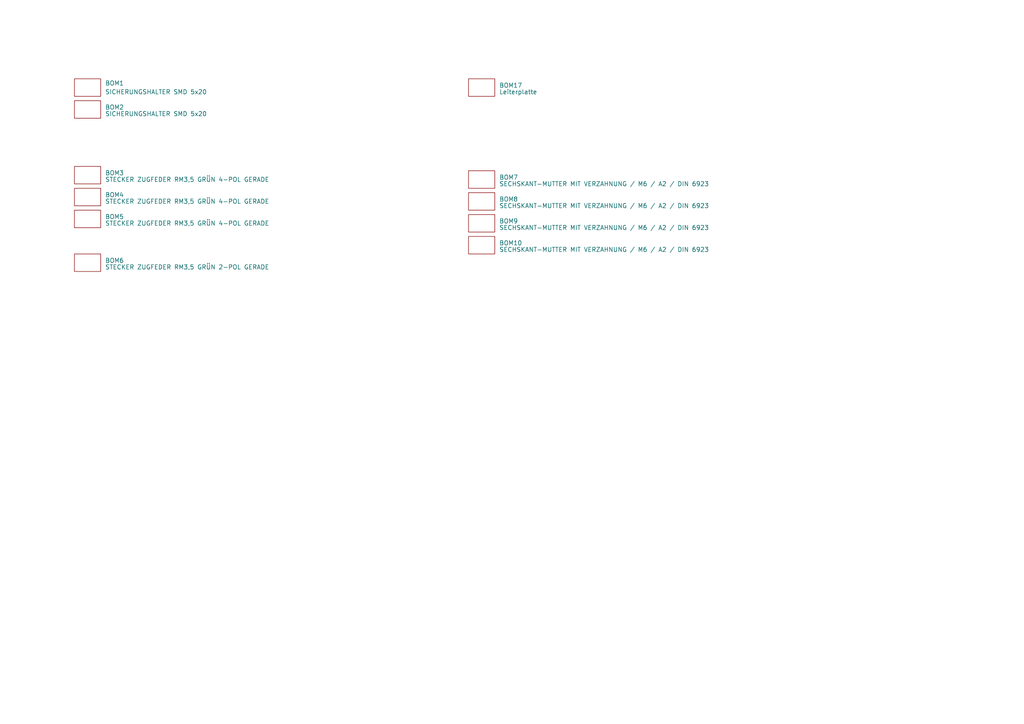
<source format=kicad_sch>
(kicad_sch
	(version 20250114)
	(generator "eeschema")
	(generator_version "9.0")
	(uuid "d2a2d163-13e4-4f1d-aa3d-79667ae6d2fb")
	(paper "A4")
	(lib_symbols
		(symbol "myBOM_Part:BOM-Part"
			(pin_numbers
				(hide yes)
			)
			(pin_names
				(offset 0)
				(hide yes)
			)
			(exclude_from_sim no)
			(in_bom yes)
			(on_board no)
			(property "Reference" "BOM"
				(at 0 0 0)
				(effects
					(font
						(size 1.27 1.27)
					)
				)
			)
			(property "Value" ""
				(at 0 0 0)
				(effects
					(font
						(size 1.27 1.27)
					)
				)
			)
			(property "Footprint" "myDummy:BOM-Dummy"
				(at 0 0 0)
				(effects
					(font
						(size 1.27 1.27)
					)
					(hide yes)
				)
			)
			(property "Datasheet" ""
				(at 0 0 0)
				(effects
					(font
						(size 1.27 1.27)
					)
					(hide yes)
				)
			)
			(property "Description" ""
				(at 0 0 0)
				(effects
					(font
						(size 1.27 1.27)
					)
					(hide yes)
				)
			)
			(symbol "BOM-Part_0_1"
				(rectangle
					(start -3.81 2.54)
					(end 3.81 -2.54)
					(stroke
						(width 0)
						(type default)
					)
					(fill
						(type none)
					)
				)
			)
			(embedded_fonts no)
		)
	)
	(symbol
		(lib_id "myBOM_Part:BOM-Part")
		(at 139.7 64.77 0)
		(unit 1)
		(exclude_from_sim no)
		(in_bom yes)
		(on_board yes)
		(dnp no)
		(fields_autoplaced yes)
		(uuid "34200ca7-24e4-4c21-baf7-9aa64778258b")
		(property "Reference" "BOM9"
			(at 144.78 64.1349 0)
			(effects
				(font
					(size 1.27 1.27)
				)
				(justify left)
			)
		)
		(property "Value" "SECHSKANT-MUTTER MIT VERZAHNUNG / M6 / A2 / DIN 6923"
			(at 144.78 66.04 0)
			(effects
				(font
					(size 1.27 1.27)
				)
				(justify left)
			)
		)
		(property "Footprint" "myBOM:BOM_PART_2x2mm"
			(at 139.7 64.77 0)
			(effects
				(font
					(size 1.27 1.27)
				)
				(hide yes)
			)
		)
		(property "Datasheet" ""
			(at 139.7 64.77 0)
			(effects
				(font
					(size 1.27 1.27)
				)
				(hide yes)
			)
		)
		(property "Description" "SECHSKANT-MUTTER MIT VERZAHNUNG / M6 / A2 / DIN 6923"
			(at 139.7 64.77 0)
			(effects
				(font
					(size 1.27 1.27)
				)
				(hide yes)
			)
		)
		(property "ECS Art#" "M589"
			(at 139.7 64.77 0)
			(effects
				(font
					(size 1.27 1.27)
				)
				(hide yes)
			)
		)
		(property "HAN" ""
			(at 139.7 64.77 0)
			(effects
				(font
					(size 1.27 1.27)
				)
				(hide yes)
			)
		)
		(property "Voltage" ""
			(at 139.7 64.77 0)
			(effects
				(font
					(size 1.27 1.27)
				)
				(hide yes)
			)
		)
		(property "Toleranz" ""
			(at 139.7 64.77 0)
			(effects
				(font
					(size 1.27 1.27)
				)
				(hide yes)
			)
		)
		(property "Hersteller" ""
			(at 139.7 64.77 0)
			(effects
				(font
					(size 1.27 1.27)
				)
				(hide yes)
			)
		)
		(instances
			(project "smartPro"
				(path "/bf1f8167-8e29-49cc-a467-dd9cc2c77246/4875905e-d35e-4049-a6aa-c7869d81fd32"
					(reference "BOM9")
					(unit 1)
				)
			)
		)
	)
	(symbol
		(lib_id "myBOM_Part:BOM-Part")
		(at 25.4 50.8 0)
		(unit 1)
		(exclude_from_sim no)
		(in_bom yes)
		(on_board yes)
		(dnp no)
		(fields_autoplaced yes)
		(uuid "3b1edae6-9a49-468b-9575-917881cfa914")
		(property "Reference" "BOM3"
			(at 30.48 50.1649 0)
			(effects
				(font
					(size 1.27 1.27)
				)
				(justify left)
			)
		)
		(property "Value" "STECKER ZUGFEDER RM3,5 GRÜN 4-POL GERADE"
			(at 30.48 52.07 0)
			(effects
				(font
					(size 1.27 1.27)
				)
				(justify left)
			)
		)
		(property "Footprint" "myBOM:BOM_PART_2x2mm"
			(at 25.4 50.8 0)
			(effects
				(font
					(size 1.27 1.27)
				)
				(hide yes)
			)
		)
		(property "Datasheet" "https://www.lcsc.com/datasheet/lcsc_datasheet_2111222030_Cixi-Kefa-Elec-KF2EDGKN-3-5-4P_C2923001.pdf"
			(at 25.4 50.8 0)
			(effects
				(font
					(size 1.27 1.27)
				)
				(hide yes)
			)
		)
		(property "Description" "STECKER ZUGFEDER RM3,5 GRÜN 4-POL GERADE"
			(at 25.4 50.8 0)
			(effects
				(font
					(size 1.27 1.27)
				)
				(hide yes)
			)
		)
		(property "ECS Art#" "CON592"
			(at 25.4 50.8 0)
			(effects
				(font
					(size 1.27 1.27)
				)
				(hide yes)
			)
		)
		(property "HAN" "KF2EDGKN-3.5-4P"
			(at 25.4 50.8 0)
			(effects
				(font
					(size 1.27 1.27)
				)
				(hide yes)
			)
		)
		(property "Voltage" ""
			(at 25.4 50.8 0)
			(effects
				(font
					(size 1.27 1.27)
				)
				(hide yes)
			)
		)
		(property "Toleranz" ""
			(at 25.4 50.8 0)
			(effects
				(font
					(size 1.27 1.27)
				)
				(hide yes)
			)
		)
		(property "Hersteller" "Cici"
			(at 25.4 50.8 0)
			(effects
				(font
					(size 1.27 1.27)
				)
				(hide yes)
			)
		)
		(instances
			(project "greenSmartSwitch"
				(path "/bf1f8167-8e29-49cc-a467-dd9cc2c77246/4875905e-d35e-4049-a6aa-c7869d81fd32"
					(reference "BOM3")
					(unit 1)
				)
			)
		)
	)
	(symbol
		(lib_id "myBOM_Part:BOM-Part")
		(at 139.7 71.12 0)
		(unit 1)
		(exclude_from_sim no)
		(in_bom yes)
		(on_board yes)
		(dnp no)
		(fields_autoplaced yes)
		(uuid "46da6a53-8e8f-4423-93b1-b65682c7fd58")
		(property "Reference" "BOM10"
			(at 144.78 70.4849 0)
			(effects
				(font
					(size 1.27 1.27)
				)
				(justify left)
			)
		)
		(property "Value" "SECHSKANT-MUTTER MIT VERZAHNUNG / M6 / A2 / DIN 6923"
			(at 144.78 72.39 0)
			(effects
				(font
					(size 1.27 1.27)
				)
				(justify left)
			)
		)
		(property "Footprint" "myBOM:BOM_PART_2x2mm"
			(at 139.7 71.12 0)
			(effects
				(font
					(size 1.27 1.27)
				)
				(hide yes)
			)
		)
		(property "Datasheet" ""
			(at 139.7 71.12 0)
			(effects
				(font
					(size 1.27 1.27)
				)
				(hide yes)
			)
		)
		(property "Description" "SECHSKANT-MUTTER MIT VERZAHNUNG / M6 / A2 / DIN 6923"
			(at 139.7 71.12 0)
			(effects
				(font
					(size 1.27 1.27)
				)
				(hide yes)
			)
		)
		(property "ECS Art#" "M589"
			(at 139.7 71.12 0)
			(effects
				(font
					(size 1.27 1.27)
				)
				(hide yes)
			)
		)
		(property "HAN" ""
			(at 139.7 71.12 0)
			(effects
				(font
					(size 1.27 1.27)
				)
				(hide yes)
			)
		)
		(property "Voltage" ""
			(at 139.7 71.12 0)
			(effects
				(font
					(size 1.27 1.27)
				)
				(hide yes)
			)
		)
		(property "Toleranz" ""
			(at 139.7 71.12 0)
			(effects
				(font
					(size 1.27 1.27)
				)
				(hide yes)
			)
		)
		(property "Hersteller" ""
			(at 139.7 71.12 0)
			(effects
				(font
					(size 1.27 1.27)
				)
				(hide yes)
			)
		)
		(instances
			(project "smartPro"
				(path "/bf1f8167-8e29-49cc-a467-dd9cc2c77246/4875905e-d35e-4049-a6aa-c7869d81fd32"
					(reference "BOM10")
					(unit 1)
				)
			)
		)
	)
	(symbol
		(lib_id "myBOM_Part:BOM-Part")
		(at 139.7 25.4 0)
		(unit 1)
		(exclude_from_sim no)
		(in_bom yes)
		(on_board yes)
		(dnp no)
		(fields_autoplaced yes)
		(uuid "4b9b21af-a34a-4336-aa7c-8aa0c8a915e5")
		(property "Reference" "BOM17"
			(at 144.78 24.7649 0)
			(effects
				(font
					(size 1.27 1.27)
				)
				(justify left)
			)
		)
		(property "Value" "Leiterplatte"
			(at 144.78 26.67 0)
			(effects
				(font
					(size 1.27 1.27)
				)
				(justify left)
			)
		)
		(property "Footprint" "myBOM:BOM_PART_2x2mm"
			(at 139.7 25.4 0)
			(effects
				(font
					(size 1.27 1.27)
				)
				(hide yes)
			)
		)
		(property "Datasheet" ""
			(at 139.7 25.4 0)
			(effects
				(font
					(size 1.27 1.27)
				)
				(hide yes)
			)
		)
		(property "Description" "ECS_SMART_SWITCH_LP"
			(at 139.7 25.4 0)
			(effects
				(font
					(size 1.27 1.27)
				)
				(hide yes)
			)
		)
		(property "ECS Art#" "PT090"
			(at 139.7 25.4 0)
			(effects
				(font
					(size 1.27 1.27)
				)
				(hide yes)
			)
		)
		(property "HAN" ""
			(at 139.7 25.4 0)
			(effects
				(font
					(size 1.27 1.27)
				)
				(hide yes)
			)
		)
		(property "Voltage" ""
			(at 139.7 25.4 0)
			(effects
				(font
					(size 1.27 1.27)
				)
				(hide yes)
			)
		)
		(property "Toleranz" ""
			(at 139.7 25.4 0)
			(effects
				(font
					(size 1.27 1.27)
				)
				(hide yes)
			)
		)
		(property "Hersteller" ""
			(at 139.7 25.4 0)
			(effects
				(font
					(size 1.27 1.27)
				)
				(hide yes)
			)
		)
		(instances
			(project "greenSmartSwitch"
				(path "/bf1f8167-8e29-49cc-a467-dd9cc2c77246/4875905e-d35e-4049-a6aa-c7869d81fd32"
					(reference "BOM17")
					(unit 1)
				)
			)
		)
	)
	(symbol
		(lib_id "myBOM_Part:BOM-Part")
		(at 139.7 52.07 0)
		(unit 1)
		(exclude_from_sim no)
		(in_bom yes)
		(on_board yes)
		(dnp no)
		(fields_autoplaced yes)
		(uuid "5f9126a2-02d5-448c-ada2-9bc46a111da9")
		(property "Reference" "BOM7"
			(at 144.78 51.4349 0)
			(effects
				(font
					(size 1.27 1.27)
				)
				(justify left)
			)
		)
		(property "Value" "SECHSKANT-MUTTER MIT VERZAHNUNG / M6 / A2 / DIN 6923"
			(at 144.78 53.34 0)
			(effects
				(font
					(size 1.27 1.27)
				)
				(justify left)
			)
		)
		(property "Footprint" "myBOM:BOM_PART_2x2mm"
			(at 139.7 52.07 0)
			(effects
				(font
					(size 1.27 1.27)
				)
				(hide yes)
			)
		)
		(property "Datasheet" ""
			(at 139.7 52.07 0)
			(effects
				(font
					(size 1.27 1.27)
				)
				(hide yes)
			)
		)
		(property "Description" "SECHSKANT-MUTTER MIT VERZAHNUNG / M6 / A2 / DIN 6923"
			(at 139.7 52.07 0)
			(effects
				(font
					(size 1.27 1.27)
				)
				(hide yes)
			)
		)
		(property "ECS Art#" "M589"
			(at 139.7 52.07 0)
			(effects
				(font
					(size 1.27 1.27)
				)
				(hide yes)
			)
		)
		(property "HAN" ""
			(at 139.7 52.07 0)
			(effects
				(font
					(size 1.27 1.27)
				)
				(hide yes)
			)
		)
		(property "Voltage" ""
			(at 139.7 52.07 0)
			(effects
				(font
					(size 1.27 1.27)
				)
				(hide yes)
			)
		)
		(property "Toleranz" ""
			(at 139.7 52.07 0)
			(effects
				(font
					(size 1.27 1.27)
				)
				(hide yes)
			)
		)
		(property "Hersteller" ""
			(at 139.7 52.07 0)
			(effects
				(font
					(size 1.27 1.27)
				)
				(hide yes)
			)
		)
		(instances
			(project "smartPro"
				(path "/bf1f8167-8e29-49cc-a467-dd9cc2c77246/4875905e-d35e-4049-a6aa-c7869d81fd32"
					(reference "BOM7")
					(unit 1)
				)
			)
		)
	)
	(symbol
		(lib_id "myBOM_Part:BOM-Part")
		(at 139.7 58.42 0)
		(unit 1)
		(exclude_from_sim no)
		(in_bom yes)
		(on_board yes)
		(dnp no)
		(fields_autoplaced yes)
		(uuid "94da1eae-d16a-47f0-9675-3f63c22f6867")
		(property "Reference" "BOM8"
			(at 144.78 57.7849 0)
			(effects
				(font
					(size 1.27 1.27)
				)
				(justify left)
			)
		)
		(property "Value" "SECHSKANT-MUTTER MIT VERZAHNUNG / M6 / A2 / DIN 6923"
			(at 144.78 59.69 0)
			(effects
				(font
					(size 1.27 1.27)
				)
				(justify left)
			)
		)
		(property "Footprint" "myBOM:BOM_PART_2x2mm"
			(at 139.7 58.42 0)
			(effects
				(font
					(size 1.27 1.27)
				)
				(hide yes)
			)
		)
		(property "Datasheet" ""
			(at 139.7 58.42 0)
			(effects
				(font
					(size 1.27 1.27)
				)
				(hide yes)
			)
		)
		(property "Description" "SECHSKANT-MUTTER MIT VERZAHNUNG / M6 / A2 / DIN 6923"
			(at 139.7 58.42 0)
			(effects
				(font
					(size 1.27 1.27)
				)
				(hide yes)
			)
		)
		(property "ECS Art#" "M589"
			(at 139.7 58.42 0)
			(effects
				(font
					(size 1.27 1.27)
				)
				(hide yes)
			)
		)
		(property "HAN" ""
			(at 139.7 58.42 0)
			(effects
				(font
					(size 1.27 1.27)
				)
				(hide yes)
			)
		)
		(property "Voltage" ""
			(at 139.7 58.42 0)
			(effects
				(font
					(size 1.27 1.27)
				)
				(hide yes)
			)
		)
		(property "Toleranz" ""
			(at 139.7 58.42 0)
			(effects
				(font
					(size 1.27 1.27)
				)
				(hide yes)
			)
		)
		(property "Hersteller" ""
			(at 139.7 58.42 0)
			(effects
				(font
					(size 1.27 1.27)
				)
				(hide yes)
			)
		)
		(instances
			(project "smartPro"
				(path "/bf1f8167-8e29-49cc-a467-dd9cc2c77246/4875905e-d35e-4049-a6aa-c7869d81fd32"
					(reference "BOM8")
					(unit 1)
				)
			)
		)
	)
	(symbol
		(lib_id "myBOM_Part:BOM-Part")
		(at 25.4 31.75 0)
		(unit 1)
		(exclude_from_sim no)
		(in_bom yes)
		(on_board yes)
		(dnp no)
		(fields_autoplaced yes)
		(uuid "9a77df8c-b0c0-4ce7-a108-fd8d16d413f3")
		(property "Reference" "BOM2"
			(at 30.48 31.1149 0)
			(effects
				(font
					(size 1.27 1.27)
				)
				(justify left)
			)
		)
		(property "Value" "SICHERUNGSHALTER SMD 5x20"
			(at 30.48 33.02 0)
			(effects
				(font
					(size 1.27 1.27)
				)
				(justify left)
			)
		)
		(property "Footprint" "myBOM:BOM_PART_2x2mm"
			(at 25.4 31.75 0)
			(effects
				(font
					(size 1.27 1.27)
				)
				(hide yes)
			)
		)
		(property "Datasheet" "https://shopapi.schukat.com/medias/typ-OGN.pdf?context=bWFzdGVyfHBpbWFzc2V0c3w1MDMzMzZ8YXBwbGljYXRpb24vcGRmfGFEYzBMMmhrTWk4eE1EUTNOVFEzTXpRek5qY3dNaTkwZVhCZlQwZE9MbkJrWmd8Mjg4NGY1YzRmZWU5YjM2YzY0MWZmYmZlYmEzOTNkZjk5YzQyYTRmOWZkOWZjZDBiNjZkMmZiM2QzMWY3ODhiNQ&_gl=1*1v30h1u*_gcl_au*NDkwMDc0NzYyLjE3MzU3MjkyODQ."
			(at 25.4 31.75 0)
			(effects
				(font
					(size 1.27 1.27)
				)
				(hide yes)
			)
		)
		(property "Description" ""
			(at 25.4 31.75 0)
			(effects
				(font
					(size 1.27 1.27)
				)
				(hide yes)
			)
		)
		(property "ECS Art#" "EM469"
			(at 25.4 31.75 0)
			(effects
				(font
					(size 1.27 1.27)
				)
				(hide yes)
			)
		)
		(property "HAN" "0031.8221"
			(at 25.4 31.75 0)
			(effects
				(font
					(size 1.27 1.27)
				)
				(hide yes)
			)
		)
		(property "Voltage" ""
			(at 25.4 31.75 0)
			(effects
				(font
					(size 1.27 1.27)
				)
				(hide yes)
			)
		)
		(property "Toleranz" ""
			(at 25.4 31.75 0)
			(effects
				(font
					(size 1.27 1.27)
				)
				(hide yes)
			)
		)
		(property "Hersteller" "Schurter"
			(at 25.4 31.75 0)
			(effects
				(font
					(size 1.27 1.27)
				)
				(hide yes)
			)
		)
		(instances
			(project "greenSmartSwitch"
				(path "/bf1f8167-8e29-49cc-a467-dd9cc2c77246/4875905e-d35e-4049-a6aa-c7869d81fd32"
					(reference "BOM2")
					(unit 1)
				)
			)
		)
	)
	(symbol
		(lib_id "myBOM_Part:BOM-Part")
		(at 25.4 57.15 0)
		(unit 1)
		(exclude_from_sim no)
		(in_bom yes)
		(on_board yes)
		(dnp no)
		(fields_autoplaced yes)
		(uuid "b9323593-7eaa-4655-b02b-2825538f14c1")
		(property "Reference" "BOM4"
			(at 30.48 56.5149 0)
			(effects
				(font
					(size 1.27 1.27)
				)
				(justify left)
			)
		)
		(property "Value" "STECKER ZUGFEDER RM3,5 GRÜN 4-POL GERADE"
			(at 30.48 58.42 0)
			(effects
				(font
					(size 1.27 1.27)
				)
				(justify left)
			)
		)
		(property "Footprint" "myBOM:BOM_PART_2x2mm"
			(at 25.4 57.15 0)
			(effects
				(font
					(size 1.27 1.27)
				)
				(hide yes)
			)
		)
		(property "Datasheet" "https://www.lcsc.com/datasheet/lcsc_datasheet_2111222030_Cixi-Kefa-Elec-KF2EDGKN-3-5-4P_C2923001.pdf"
			(at 25.4 57.15 0)
			(effects
				(font
					(size 1.27 1.27)
				)
				(hide yes)
			)
		)
		(property "Description" "STECKER ZUGFEDER RM3,5 GRÜN 4-POL GERADE"
			(at 25.4 57.15 0)
			(effects
				(font
					(size 1.27 1.27)
				)
				(hide yes)
			)
		)
		(property "ECS Art#" "CON592"
			(at 25.4 57.15 0)
			(effects
				(font
					(size 1.27 1.27)
				)
				(hide yes)
			)
		)
		(property "HAN" "KF2EDGKN-3.5-4P"
			(at 25.4 57.15 0)
			(effects
				(font
					(size 1.27 1.27)
				)
				(hide yes)
			)
		)
		(property "Voltage" ""
			(at 25.4 57.15 0)
			(effects
				(font
					(size 1.27 1.27)
				)
				(hide yes)
			)
		)
		(property "Toleranz" ""
			(at 25.4 57.15 0)
			(effects
				(font
					(size 1.27 1.27)
				)
				(hide yes)
			)
		)
		(property "Hersteller" "Cici"
			(at 25.4 57.15 0)
			(effects
				(font
					(size 1.27 1.27)
				)
				(hide yes)
			)
		)
		(instances
			(project "greenSmartSwitch"
				(path "/bf1f8167-8e29-49cc-a467-dd9cc2c77246/4875905e-d35e-4049-a6aa-c7869d81fd32"
					(reference "BOM4")
					(unit 1)
				)
			)
		)
	)
	(symbol
		(lib_id "myBOM_Part:BOM-Part")
		(at 25.4 63.5 0)
		(unit 1)
		(exclude_from_sim no)
		(in_bom yes)
		(on_board yes)
		(dnp no)
		(fields_autoplaced yes)
		(uuid "de01e9d5-c9c5-4266-ae28-85fc98121fa8")
		(property "Reference" "BOM5"
			(at 30.48 62.8649 0)
			(effects
				(font
					(size 1.27 1.27)
				)
				(justify left)
			)
		)
		(property "Value" "STECKER ZUGFEDER RM3,5 GRÜN 4-POL GERADE"
			(at 30.48 64.77 0)
			(effects
				(font
					(size 1.27 1.27)
				)
				(justify left)
			)
		)
		(property "Footprint" "myBOM:BOM_PART_2x2mm"
			(at 25.4 63.5 0)
			(effects
				(font
					(size 1.27 1.27)
				)
				(hide yes)
			)
		)
		(property "Datasheet" "https://www.lcsc.com/datasheet/lcsc_datasheet_2111222030_Cixi-Kefa-Elec-KF2EDGKN-3-5-4P_C2923001.pdf"
			(at 25.4 63.5 0)
			(effects
				(font
					(size 1.27 1.27)
				)
				(hide yes)
			)
		)
		(property "Description" "STECKER ZUGFEDER RM3,5 GRÜN 4-POL GERADE"
			(at 25.4 63.5 0)
			(effects
				(font
					(size 1.27 1.27)
				)
				(hide yes)
			)
		)
		(property "ECS Art#" "CON592"
			(at 25.4 63.5 0)
			(effects
				(font
					(size 1.27 1.27)
				)
				(hide yes)
			)
		)
		(property "HAN" "KF2EDGKN-3.5-4P"
			(at 25.4 63.5 0)
			(effects
				(font
					(size 1.27 1.27)
				)
				(hide yes)
			)
		)
		(property "Voltage" ""
			(at 25.4 63.5 0)
			(effects
				(font
					(size 1.27 1.27)
				)
				(hide yes)
			)
		)
		(property "Toleranz" ""
			(at 25.4 63.5 0)
			(effects
				(font
					(size 1.27 1.27)
				)
				(hide yes)
			)
		)
		(property "Hersteller" "Cici"
			(at 25.4 63.5 0)
			(effects
				(font
					(size 1.27 1.27)
				)
				(hide yes)
			)
		)
		(instances
			(project "greenSmartSwitch"
				(path "/bf1f8167-8e29-49cc-a467-dd9cc2c77246/4875905e-d35e-4049-a6aa-c7869d81fd32"
					(reference "BOM5")
					(unit 1)
				)
			)
		)
	)
	(symbol
		(lib_id "myBOM_Part:BOM-Part")
		(at 25.4 25.4 180)
		(unit 1)
		(exclude_from_sim no)
		(in_bom yes)
		(on_board yes)
		(dnp no)
		(fields_autoplaced yes)
		(uuid "e64363a9-72c2-4668-ae9d-e85af351ba12")
		(property "Reference" "BOM1"
			(at 30.48 24.1299 0)
			(effects
				(font
					(size 1.27 1.27)
				)
				(justify right)
			)
		)
		(property "Value" "SICHERUNGSHALTER SMD 5x20"
			(at 30.48 26.6699 0)
			(effects
				(font
					(size 1.27 1.27)
				)
				(justify right)
			)
		)
		(property "Footprint" "myBOM:BOM_PART_2x2mm"
			(at 25.4 25.4 0)
			(effects
				(font
					(size 1.27 1.27)
				)
				(hide yes)
			)
		)
		(property "Datasheet" "https://shopapi.schukat.com/medias/typ-OGN.pdf?context=bWFzdGVyfHBpbWFzc2V0c3w1MDMzMzZ8YXBwbGljYXRpb24vcGRmfGFEYzBMMmhrTWk4eE1EUTNOVFEzTXpRek5qY3dNaTkwZVhCZlQwZE9MbkJrWmd8Mjg4NGY1YzRmZWU5YjM2YzY0MWZmYmZlYmEzOTNkZjk5YzQyYTRmOWZkOWZjZDBiNjZkMmZiM2QzMWY3ODhiNQ&_gl=1*1v30h1u*_gcl_au*NDkwMDc0NzYyLjE3MzU3MjkyODQ."
			(at 25.4 25.4 0)
			(effects
				(font
					(size 1.27 1.27)
				)
				(hide yes)
			)
		)
		(property "Description" ""
			(at 25.4 25.4 0)
			(effects
				(font
					(size 1.27 1.27)
				)
				(hide yes)
			)
		)
		(property "ECS Art#" "EM469"
			(at 25.4 25.4 0)
			(effects
				(font
					(size 1.27 1.27)
				)
				(hide yes)
			)
		)
		(property "HAN" "0031.8221"
			(at 25.4 25.4 0)
			(effects
				(font
					(size 1.27 1.27)
				)
				(hide yes)
			)
		)
		(property "Voltage" ""
			(at 25.4 25.4 0)
			(effects
				(font
					(size 1.27 1.27)
				)
				(hide yes)
			)
		)
		(property "Toleranz" ""
			(at 25.4 25.4 0)
			(effects
				(font
					(size 1.27 1.27)
				)
				(hide yes)
			)
		)
		(property "Hersteller" "Schurter"
			(at 25.4 25.4 0)
			(effects
				(font
					(size 1.27 1.27)
				)
				(hide yes)
			)
		)
		(instances
			(project ""
				(path "/bf1f8167-8e29-49cc-a467-dd9cc2c77246/4875905e-d35e-4049-a6aa-c7869d81fd32"
					(reference "BOM1")
					(unit 1)
				)
			)
		)
	)
	(symbol
		(lib_id "myBOM_Part:BOM-Part")
		(at 25.4 76.2 0)
		(unit 1)
		(exclude_from_sim no)
		(in_bom yes)
		(on_board yes)
		(dnp no)
		(fields_autoplaced yes)
		(uuid "fdfa8543-b973-4844-9972-e1f09a394bdc")
		(property "Reference" "BOM6"
			(at 30.48 75.5649 0)
			(effects
				(font
					(size 1.27 1.27)
				)
				(justify left)
			)
		)
		(property "Value" "STECKER ZUGFEDER RM3,5 GRÜN 2-POL GERADE"
			(at 30.48 77.47 0)
			(effects
				(font
					(size 1.27 1.27)
				)
				(justify left)
			)
		)
		(property "Footprint" "myBOM:BOM_PART_2x2mm"
			(at 25.4 76.2 0)
			(effects
				(font
					(size 1.27 1.27)
				)
				(hide yes)
			)
		)
		(property "Datasheet" "https://www.lcsc.com/datasheet/lcsc_datasheet_2111222030_Cixi-Kefa-Elec-KF2EDGKN-3-5-2P_C2922999.pdf"
			(at 25.4 76.2 0)
			(effects
				(font
					(size 1.27 1.27)
				)
				(hide yes)
			)
		)
		(property "Description" "STECKER ZUGFEDER RM3,5 GRÜN 2-POL GERADE"
			(at 25.4 76.2 0)
			(effects
				(font
					(size 1.27 1.27)
				)
				(hide yes)
			)
		)
		(property "ECS Art#" "CON181"
			(at 25.4 76.2 0)
			(effects
				(font
					(size 1.27 1.27)
				)
				(hide yes)
			)
		)
		(property "HAN" "KF2EDGKN-3.5-2P"
			(at 25.4 76.2 0)
			(effects
				(font
					(size 1.27 1.27)
				)
				(hide yes)
			)
		)
		(property "Voltage" ""
			(at 25.4 76.2 0)
			(effects
				(font
					(size 1.27 1.27)
				)
				(hide yes)
			)
		)
		(property "Toleranz" ""
			(at 25.4 76.2 0)
			(effects
				(font
					(size 1.27 1.27)
				)
				(hide yes)
			)
		)
		(property "Hersteller" "Cici"
			(at 25.4 76.2 0)
			(effects
				(font
					(size 1.27 1.27)
				)
				(hide yes)
			)
		)
		(instances
			(project "greenSmartSwitch"
				(path "/bf1f8167-8e29-49cc-a467-dd9cc2c77246/4875905e-d35e-4049-a6aa-c7869d81fd32"
					(reference "BOM6")
					(unit 1)
				)
			)
		)
	)
)

</source>
